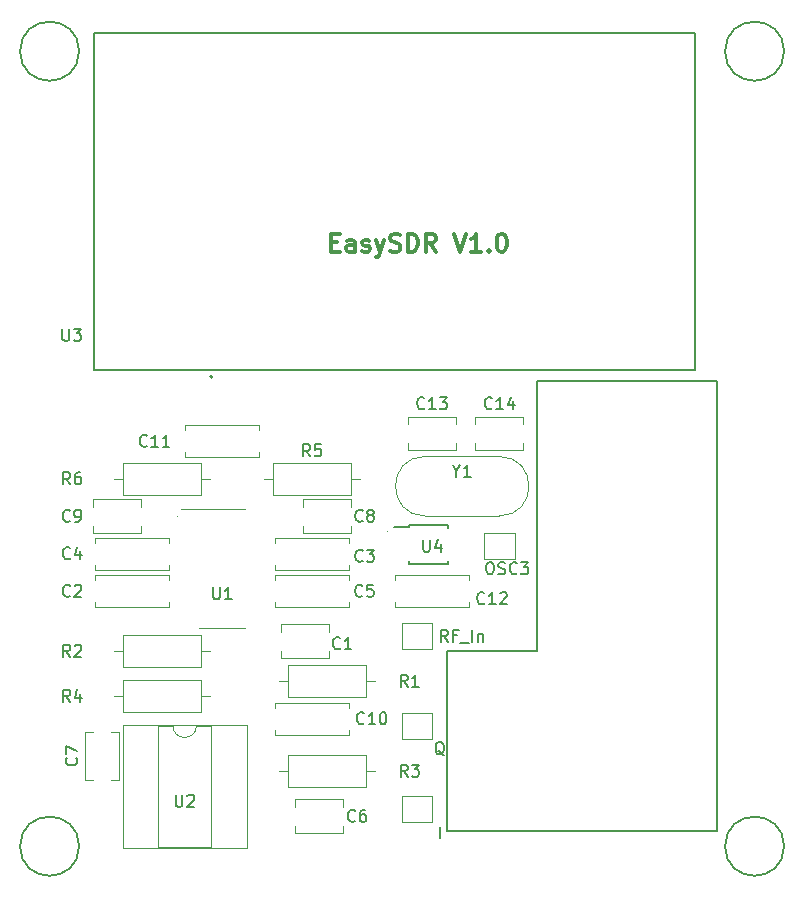
<source format=gbr>
%TF.GenerationSoftware,KiCad,Pcbnew,7.0.1*%
%TF.CreationDate,2023-09-14T17:26:18+02:00*%
%TF.ProjectId,schematic,73636865-6d61-4746-9963-2e6b69636164,rev?*%
%TF.SameCoordinates,Original*%
%TF.FileFunction,Legend,Top*%
%TF.FilePolarity,Positive*%
%FSLAX46Y46*%
G04 Gerber Fmt 4.6, Leading zero omitted, Abs format (unit mm)*
G04 Created by KiCad (PCBNEW 7.0.1) date 2023-09-14 17:26:18*
%MOMM*%
%LPD*%
G01*
G04 APERTURE LIST*
%ADD10C,0.125001*%
%ADD11C,0.150000*%
%ADD12C,0.300000*%
%ADD13C,0.120000*%
%ADD14C,0.127000*%
%ADD15C,0.200000*%
G04 APERTURE END LIST*
D10*
X170877500Y-86360000D02*
G75*
G03*
X170877500Y-86360000I-62500J0D01*
G01*
X153097500Y-85090000D02*
G75*
G03*
X153097500Y-85090000I-62500J0D01*
G01*
D11*
X183515000Y-96520000D02*
X176530000Y-96520000D01*
X144740000Y-45720000D02*
G75*
G03*
X144740000Y-45720000I-2500000J0D01*
G01*
X175895000Y-96520000D02*
X175895000Y-111760000D01*
X175895000Y-111760000D02*
X176530000Y-111760000D01*
X176530000Y-96520000D02*
X175895000Y-96520000D01*
X176530000Y-111760000D02*
X198755000Y-111760000D01*
X198755000Y-73660000D02*
X183515000Y-73660000D01*
X204430000Y-113030000D02*
G75*
G03*
X204430000Y-113030000I-2500000J0D01*
G01*
X198755000Y-111760000D02*
X198755000Y-73660000D01*
X144740000Y-113030000D02*
G75*
G03*
X144740000Y-113030000I-2500000J0D01*
G01*
X183515000Y-73660000D02*
X183515000Y-96520000D01*
X204430000Y-45720000D02*
G75*
G03*
X204430000Y-45720000I-2500000J0D01*
G01*
D12*
X166092142Y-61895714D02*
X166592142Y-61895714D01*
X166806428Y-62681428D02*
X166092142Y-62681428D01*
X166092142Y-62681428D02*
X166092142Y-61181428D01*
X166092142Y-61181428D02*
X166806428Y-61181428D01*
X168092143Y-62681428D02*
X168092143Y-61895714D01*
X168092143Y-61895714D02*
X168020714Y-61752857D01*
X168020714Y-61752857D02*
X167877857Y-61681428D01*
X167877857Y-61681428D02*
X167592143Y-61681428D01*
X167592143Y-61681428D02*
X167449285Y-61752857D01*
X168092143Y-62610000D02*
X167949285Y-62681428D01*
X167949285Y-62681428D02*
X167592143Y-62681428D01*
X167592143Y-62681428D02*
X167449285Y-62610000D01*
X167449285Y-62610000D02*
X167377857Y-62467142D01*
X167377857Y-62467142D02*
X167377857Y-62324285D01*
X167377857Y-62324285D02*
X167449285Y-62181428D01*
X167449285Y-62181428D02*
X167592143Y-62110000D01*
X167592143Y-62110000D02*
X167949285Y-62110000D01*
X167949285Y-62110000D02*
X168092143Y-62038571D01*
X168735000Y-62610000D02*
X168877857Y-62681428D01*
X168877857Y-62681428D02*
X169163571Y-62681428D01*
X169163571Y-62681428D02*
X169306428Y-62610000D01*
X169306428Y-62610000D02*
X169377857Y-62467142D01*
X169377857Y-62467142D02*
X169377857Y-62395714D01*
X169377857Y-62395714D02*
X169306428Y-62252857D01*
X169306428Y-62252857D02*
X169163571Y-62181428D01*
X169163571Y-62181428D02*
X168949286Y-62181428D01*
X168949286Y-62181428D02*
X168806428Y-62110000D01*
X168806428Y-62110000D02*
X168735000Y-61967142D01*
X168735000Y-61967142D02*
X168735000Y-61895714D01*
X168735000Y-61895714D02*
X168806428Y-61752857D01*
X168806428Y-61752857D02*
X168949286Y-61681428D01*
X168949286Y-61681428D02*
X169163571Y-61681428D01*
X169163571Y-61681428D02*
X169306428Y-61752857D01*
X169877857Y-61681428D02*
X170235000Y-62681428D01*
X170592143Y-61681428D02*
X170235000Y-62681428D01*
X170235000Y-62681428D02*
X170092143Y-63038571D01*
X170092143Y-63038571D02*
X170020714Y-63110000D01*
X170020714Y-63110000D02*
X169877857Y-63181428D01*
X171092143Y-62610000D02*
X171306429Y-62681428D01*
X171306429Y-62681428D02*
X171663571Y-62681428D01*
X171663571Y-62681428D02*
X171806429Y-62610000D01*
X171806429Y-62610000D02*
X171877857Y-62538571D01*
X171877857Y-62538571D02*
X171949286Y-62395714D01*
X171949286Y-62395714D02*
X171949286Y-62252857D01*
X171949286Y-62252857D02*
X171877857Y-62110000D01*
X171877857Y-62110000D02*
X171806429Y-62038571D01*
X171806429Y-62038571D02*
X171663571Y-61967142D01*
X171663571Y-61967142D02*
X171377857Y-61895714D01*
X171377857Y-61895714D02*
X171235000Y-61824285D01*
X171235000Y-61824285D02*
X171163571Y-61752857D01*
X171163571Y-61752857D02*
X171092143Y-61610000D01*
X171092143Y-61610000D02*
X171092143Y-61467142D01*
X171092143Y-61467142D02*
X171163571Y-61324285D01*
X171163571Y-61324285D02*
X171235000Y-61252857D01*
X171235000Y-61252857D02*
X171377857Y-61181428D01*
X171377857Y-61181428D02*
X171735000Y-61181428D01*
X171735000Y-61181428D02*
X171949286Y-61252857D01*
X172592142Y-62681428D02*
X172592142Y-61181428D01*
X172592142Y-61181428D02*
X172949285Y-61181428D01*
X172949285Y-61181428D02*
X173163571Y-61252857D01*
X173163571Y-61252857D02*
X173306428Y-61395714D01*
X173306428Y-61395714D02*
X173377857Y-61538571D01*
X173377857Y-61538571D02*
X173449285Y-61824285D01*
X173449285Y-61824285D02*
X173449285Y-62038571D01*
X173449285Y-62038571D02*
X173377857Y-62324285D01*
X173377857Y-62324285D02*
X173306428Y-62467142D01*
X173306428Y-62467142D02*
X173163571Y-62610000D01*
X173163571Y-62610000D02*
X172949285Y-62681428D01*
X172949285Y-62681428D02*
X172592142Y-62681428D01*
X174949285Y-62681428D02*
X174449285Y-61967142D01*
X174092142Y-62681428D02*
X174092142Y-61181428D01*
X174092142Y-61181428D02*
X174663571Y-61181428D01*
X174663571Y-61181428D02*
X174806428Y-61252857D01*
X174806428Y-61252857D02*
X174877857Y-61324285D01*
X174877857Y-61324285D02*
X174949285Y-61467142D01*
X174949285Y-61467142D02*
X174949285Y-61681428D01*
X174949285Y-61681428D02*
X174877857Y-61824285D01*
X174877857Y-61824285D02*
X174806428Y-61895714D01*
X174806428Y-61895714D02*
X174663571Y-61967142D01*
X174663571Y-61967142D02*
X174092142Y-61967142D01*
X176520714Y-61181428D02*
X177020714Y-62681428D01*
X177020714Y-62681428D02*
X177520714Y-61181428D01*
X178806428Y-62681428D02*
X177949285Y-62681428D01*
X178377856Y-62681428D02*
X178377856Y-61181428D01*
X178377856Y-61181428D02*
X178234999Y-61395714D01*
X178234999Y-61395714D02*
X178092142Y-61538571D01*
X178092142Y-61538571D02*
X177949285Y-61610000D01*
X179449284Y-62538571D02*
X179520713Y-62610000D01*
X179520713Y-62610000D02*
X179449284Y-62681428D01*
X179449284Y-62681428D02*
X179377856Y-62610000D01*
X179377856Y-62610000D02*
X179449284Y-62538571D01*
X179449284Y-62538571D02*
X179449284Y-62681428D01*
X180449285Y-61181428D02*
X180592142Y-61181428D01*
X180592142Y-61181428D02*
X180734999Y-61252857D01*
X180734999Y-61252857D02*
X180806428Y-61324285D01*
X180806428Y-61324285D02*
X180877856Y-61467142D01*
X180877856Y-61467142D02*
X180949285Y-61752857D01*
X180949285Y-61752857D02*
X180949285Y-62110000D01*
X180949285Y-62110000D02*
X180877856Y-62395714D01*
X180877856Y-62395714D02*
X180806428Y-62538571D01*
X180806428Y-62538571D02*
X180734999Y-62610000D01*
X180734999Y-62610000D02*
X180592142Y-62681428D01*
X180592142Y-62681428D02*
X180449285Y-62681428D01*
X180449285Y-62681428D02*
X180306428Y-62610000D01*
X180306428Y-62610000D02*
X180234999Y-62538571D01*
X180234999Y-62538571D02*
X180163570Y-62395714D01*
X180163570Y-62395714D02*
X180092142Y-62110000D01*
X180092142Y-62110000D02*
X180092142Y-61752857D01*
X180092142Y-61752857D02*
X180163570Y-61467142D01*
X180163570Y-61467142D02*
X180234999Y-61324285D01*
X180234999Y-61324285D02*
X180306428Y-61252857D01*
X180306428Y-61252857D02*
X180449285Y-61181428D01*
D11*
%TO.C,C5*%
X168723333Y-91807380D02*
X168675714Y-91855000D01*
X168675714Y-91855000D02*
X168532857Y-91902619D01*
X168532857Y-91902619D02*
X168437619Y-91902619D01*
X168437619Y-91902619D02*
X168294762Y-91855000D01*
X168294762Y-91855000D02*
X168199524Y-91759761D01*
X168199524Y-91759761D02*
X168151905Y-91664523D01*
X168151905Y-91664523D02*
X168104286Y-91474047D01*
X168104286Y-91474047D02*
X168104286Y-91331190D01*
X168104286Y-91331190D02*
X168151905Y-91140714D01*
X168151905Y-91140714D02*
X168199524Y-91045476D01*
X168199524Y-91045476D02*
X168294762Y-90950238D01*
X168294762Y-90950238D02*
X168437619Y-90902619D01*
X168437619Y-90902619D02*
X168532857Y-90902619D01*
X168532857Y-90902619D02*
X168675714Y-90950238D01*
X168675714Y-90950238D02*
X168723333Y-90997857D01*
X169628095Y-90902619D02*
X169151905Y-90902619D01*
X169151905Y-90902619D02*
X169104286Y-91378809D01*
X169104286Y-91378809D02*
X169151905Y-91331190D01*
X169151905Y-91331190D02*
X169247143Y-91283571D01*
X169247143Y-91283571D02*
X169485238Y-91283571D01*
X169485238Y-91283571D02*
X169580476Y-91331190D01*
X169580476Y-91331190D02*
X169628095Y-91378809D01*
X169628095Y-91378809D02*
X169675714Y-91474047D01*
X169675714Y-91474047D02*
X169675714Y-91712142D01*
X169675714Y-91712142D02*
X169628095Y-91807380D01*
X169628095Y-91807380D02*
X169580476Y-91855000D01*
X169580476Y-91855000D02*
X169485238Y-91902619D01*
X169485238Y-91902619D02*
X169247143Y-91902619D01*
X169247143Y-91902619D02*
X169151905Y-91855000D01*
X169151905Y-91855000D02*
X169104286Y-91807380D01*
%TO.C,C12*%
X179062142Y-92442380D02*
X179014523Y-92490000D01*
X179014523Y-92490000D02*
X178871666Y-92537619D01*
X178871666Y-92537619D02*
X178776428Y-92537619D01*
X178776428Y-92537619D02*
X178633571Y-92490000D01*
X178633571Y-92490000D02*
X178538333Y-92394761D01*
X178538333Y-92394761D02*
X178490714Y-92299523D01*
X178490714Y-92299523D02*
X178443095Y-92109047D01*
X178443095Y-92109047D02*
X178443095Y-91966190D01*
X178443095Y-91966190D02*
X178490714Y-91775714D01*
X178490714Y-91775714D02*
X178538333Y-91680476D01*
X178538333Y-91680476D02*
X178633571Y-91585238D01*
X178633571Y-91585238D02*
X178776428Y-91537619D01*
X178776428Y-91537619D02*
X178871666Y-91537619D01*
X178871666Y-91537619D02*
X179014523Y-91585238D01*
X179014523Y-91585238D02*
X179062142Y-91632857D01*
X180014523Y-92537619D02*
X179443095Y-92537619D01*
X179728809Y-92537619D02*
X179728809Y-91537619D01*
X179728809Y-91537619D02*
X179633571Y-91680476D01*
X179633571Y-91680476D02*
X179538333Y-91775714D01*
X179538333Y-91775714D02*
X179443095Y-91823333D01*
X180395476Y-91632857D02*
X180443095Y-91585238D01*
X180443095Y-91585238D02*
X180538333Y-91537619D01*
X180538333Y-91537619D02*
X180776428Y-91537619D01*
X180776428Y-91537619D02*
X180871666Y-91585238D01*
X180871666Y-91585238D02*
X180919285Y-91632857D01*
X180919285Y-91632857D02*
X180966904Y-91728095D01*
X180966904Y-91728095D02*
X180966904Y-91823333D01*
X180966904Y-91823333D02*
X180919285Y-91966190D01*
X180919285Y-91966190D02*
X180347857Y-92537619D01*
X180347857Y-92537619D02*
X180966904Y-92537619D01*
%TO.C,R5*%
X164298333Y-80007619D02*
X163965000Y-79531428D01*
X163726905Y-80007619D02*
X163726905Y-79007619D01*
X163726905Y-79007619D02*
X164107857Y-79007619D01*
X164107857Y-79007619D02*
X164203095Y-79055238D01*
X164203095Y-79055238D02*
X164250714Y-79102857D01*
X164250714Y-79102857D02*
X164298333Y-79198095D01*
X164298333Y-79198095D02*
X164298333Y-79340952D01*
X164298333Y-79340952D02*
X164250714Y-79436190D01*
X164250714Y-79436190D02*
X164203095Y-79483809D01*
X164203095Y-79483809D02*
X164107857Y-79531428D01*
X164107857Y-79531428D02*
X163726905Y-79531428D01*
X165203095Y-79007619D02*
X164726905Y-79007619D01*
X164726905Y-79007619D02*
X164679286Y-79483809D01*
X164679286Y-79483809D02*
X164726905Y-79436190D01*
X164726905Y-79436190D02*
X164822143Y-79388571D01*
X164822143Y-79388571D02*
X165060238Y-79388571D01*
X165060238Y-79388571D02*
X165155476Y-79436190D01*
X165155476Y-79436190D02*
X165203095Y-79483809D01*
X165203095Y-79483809D02*
X165250714Y-79579047D01*
X165250714Y-79579047D02*
X165250714Y-79817142D01*
X165250714Y-79817142D02*
X165203095Y-79912380D01*
X165203095Y-79912380D02*
X165155476Y-79960000D01*
X165155476Y-79960000D02*
X165060238Y-80007619D01*
X165060238Y-80007619D02*
X164822143Y-80007619D01*
X164822143Y-80007619D02*
X164726905Y-79960000D01*
X164726905Y-79960000D02*
X164679286Y-79912380D01*
%TO.C,C7*%
X144502380Y-105556666D02*
X144550000Y-105604285D01*
X144550000Y-105604285D02*
X144597619Y-105747142D01*
X144597619Y-105747142D02*
X144597619Y-105842380D01*
X144597619Y-105842380D02*
X144550000Y-105985237D01*
X144550000Y-105985237D02*
X144454761Y-106080475D01*
X144454761Y-106080475D02*
X144359523Y-106128094D01*
X144359523Y-106128094D02*
X144169047Y-106175713D01*
X144169047Y-106175713D02*
X144026190Y-106175713D01*
X144026190Y-106175713D02*
X143835714Y-106128094D01*
X143835714Y-106128094D02*
X143740476Y-106080475D01*
X143740476Y-106080475D02*
X143645238Y-105985237D01*
X143645238Y-105985237D02*
X143597619Y-105842380D01*
X143597619Y-105842380D02*
X143597619Y-105747142D01*
X143597619Y-105747142D02*
X143645238Y-105604285D01*
X143645238Y-105604285D02*
X143692857Y-105556666D01*
X143597619Y-105223332D02*
X143597619Y-104556666D01*
X143597619Y-104556666D02*
X144597619Y-104985237D01*
%TO.C,Y1*%
X176688809Y-81266428D02*
X176688809Y-81742619D01*
X176355476Y-80742619D02*
X176688809Y-81266428D01*
X176688809Y-81266428D02*
X177022142Y-80742619D01*
X177879285Y-81742619D02*
X177307857Y-81742619D01*
X177593571Y-81742619D02*
X177593571Y-80742619D01*
X177593571Y-80742619D02*
X177498333Y-80885476D01*
X177498333Y-80885476D02*
X177403095Y-80980714D01*
X177403095Y-80980714D02*
X177307857Y-81028333D01*
%TO.C,R4*%
X143978333Y-100792619D02*
X143645000Y-100316428D01*
X143406905Y-100792619D02*
X143406905Y-99792619D01*
X143406905Y-99792619D02*
X143787857Y-99792619D01*
X143787857Y-99792619D02*
X143883095Y-99840238D01*
X143883095Y-99840238D02*
X143930714Y-99887857D01*
X143930714Y-99887857D02*
X143978333Y-99983095D01*
X143978333Y-99983095D02*
X143978333Y-100125952D01*
X143978333Y-100125952D02*
X143930714Y-100221190D01*
X143930714Y-100221190D02*
X143883095Y-100268809D01*
X143883095Y-100268809D02*
X143787857Y-100316428D01*
X143787857Y-100316428D02*
X143406905Y-100316428D01*
X144835476Y-100125952D02*
X144835476Y-100792619D01*
X144597381Y-99745000D02*
X144359286Y-100459285D01*
X144359286Y-100459285D02*
X144978333Y-100459285D01*
%TO.C,J1*%
X175974523Y-95712619D02*
X175641190Y-95236428D01*
X175403095Y-95712619D02*
X175403095Y-94712619D01*
X175403095Y-94712619D02*
X175784047Y-94712619D01*
X175784047Y-94712619D02*
X175879285Y-94760238D01*
X175879285Y-94760238D02*
X175926904Y-94807857D01*
X175926904Y-94807857D02*
X175974523Y-94903095D01*
X175974523Y-94903095D02*
X175974523Y-95045952D01*
X175974523Y-95045952D02*
X175926904Y-95141190D01*
X175926904Y-95141190D02*
X175879285Y-95188809D01*
X175879285Y-95188809D02*
X175784047Y-95236428D01*
X175784047Y-95236428D02*
X175403095Y-95236428D01*
X176736428Y-95188809D02*
X176403095Y-95188809D01*
X176403095Y-95712619D02*
X176403095Y-94712619D01*
X176403095Y-94712619D02*
X176879285Y-94712619D01*
X177022143Y-95807857D02*
X177784047Y-95807857D01*
X178022143Y-95712619D02*
X178022143Y-94712619D01*
X178498333Y-95045952D02*
X178498333Y-95712619D01*
X178498333Y-95141190D02*
X178545952Y-95093571D01*
X178545952Y-95093571D02*
X178641190Y-95045952D01*
X178641190Y-95045952D02*
X178784047Y-95045952D01*
X178784047Y-95045952D02*
X178879285Y-95093571D01*
X178879285Y-95093571D02*
X178926904Y-95188809D01*
X178926904Y-95188809D02*
X178926904Y-95712619D01*
%TO.C,C10*%
X168862142Y-102602380D02*
X168814523Y-102650000D01*
X168814523Y-102650000D02*
X168671666Y-102697619D01*
X168671666Y-102697619D02*
X168576428Y-102697619D01*
X168576428Y-102697619D02*
X168433571Y-102650000D01*
X168433571Y-102650000D02*
X168338333Y-102554761D01*
X168338333Y-102554761D02*
X168290714Y-102459523D01*
X168290714Y-102459523D02*
X168243095Y-102269047D01*
X168243095Y-102269047D02*
X168243095Y-102126190D01*
X168243095Y-102126190D02*
X168290714Y-101935714D01*
X168290714Y-101935714D02*
X168338333Y-101840476D01*
X168338333Y-101840476D02*
X168433571Y-101745238D01*
X168433571Y-101745238D02*
X168576428Y-101697619D01*
X168576428Y-101697619D02*
X168671666Y-101697619D01*
X168671666Y-101697619D02*
X168814523Y-101745238D01*
X168814523Y-101745238D02*
X168862142Y-101792857D01*
X169814523Y-102697619D02*
X169243095Y-102697619D01*
X169528809Y-102697619D02*
X169528809Y-101697619D01*
X169528809Y-101697619D02*
X169433571Y-101840476D01*
X169433571Y-101840476D02*
X169338333Y-101935714D01*
X169338333Y-101935714D02*
X169243095Y-101983333D01*
X170433571Y-101697619D02*
X170528809Y-101697619D01*
X170528809Y-101697619D02*
X170624047Y-101745238D01*
X170624047Y-101745238D02*
X170671666Y-101792857D01*
X170671666Y-101792857D02*
X170719285Y-101888095D01*
X170719285Y-101888095D02*
X170766904Y-102078571D01*
X170766904Y-102078571D02*
X170766904Y-102316666D01*
X170766904Y-102316666D02*
X170719285Y-102507142D01*
X170719285Y-102507142D02*
X170671666Y-102602380D01*
X170671666Y-102602380D02*
X170624047Y-102650000D01*
X170624047Y-102650000D02*
X170528809Y-102697619D01*
X170528809Y-102697619D02*
X170433571Y-102697619D01*
X170433571Y-102697619D02*
X170338333Y-102650000D01*
X170338333Y-102650000D02*
X170290714Y-102602380D01*
X170290714Y-102602380D02*
X170243095Y-102507142D01*
X170243095Y-102507142D02*
X170195476Y-102316666D01*
X170195476Y-102316666D02*
X170195476Y-102078571D01*
X170195476Y-102078571D02*
X170243095Y-101888095D01*
X170243095Y-101888095D02*
X170290714Y-101792857D01*
X170290714Y-101792857D02*
X170338333Y-101745238D01*
X170338333Y-101745238D02*
X170433571Y-101697619D01*
%TO.C,J2*%
X179427381Y-88997619D02*
X179617857Y-88997619D01*
X179617857Y-88997619D02*
X179713095Y-89045238D01*
X179713095Y-89045238D02*
X179808333Y-89140476D01*
X179808333Y-89140476D02*
X179855952Y-89330952D01*
X179855952Y-89330952D02*
X179855952Y-89664285D01*
X179855952Y-89664285D02*
X179808333Y-89854761D01*
X179808333Y-89854761D02*
X179713095Y-89950000D01*
X179713095Y-89950000D02*
X179617857Y-89997619D01*
X179617857Y-89997619D02*
X179427381Y-89997619D01*
X179427381Y-89997619D02*
X179332143Y-89950000D01*
X179332143Y-89950000D02*
X179236905Y-89854761D01*
X179236905Y-89854761D02*
X179189286Y-89664285D01*
X179189286Y-89664285D02*
X179189286Y-89330952D01*
X179189286Y-89330952D02*
X179236905Y-89140476D01*
X179236905Y-89140476D02*
X179332143Y-89045238D01*
X179332143Y-89045238D02*
X179427381Y-88997619D01*
X180236905Y-89950000D02*
X180379762Y-89997619D01*
X180379762Y-89997619D02*
X180617857Y-89997619D01*
X180617857Y-89997619D02*
X180713095Y-89950000D01*
X180713095Y-89950000D02*
X180760714Y-89902380D01*
X180760714Y-89902380D02*
X180808333Y-89807142D01*
X180808333Y-89807142D02*
X180808333Y-89711904D01*
X180808333Y-89711904D02*
X180760714Y-89616666D01*
X180760714Y-89616666D02*
X180713095Y-89569047D01*
X180713095Y-89569047D02*
X180617857Y-89521428D01*
X180617857Y-89521428D02*
X180427381Y-89473809D01*
X180427381Y-89473809D02*
X180332143Y-89426190D01*
X180332143Y-89426190D02*
X180284524Y-89378571D01*
X180284524Y-89378571D02*
X180236905Y-89283333D01*
X180236905Y-89283333D02*
X180236905Y-89188095D01*
X180236905Y-89188095D02*
X180284524Y-89092857D01*
X180284524Y-89092857D02*
X180332143Y-89045238D01*
X180332143Y-89045238D02*
X180427381Y-88997619D01*
X180427381Y-88997619D02*
X180665476Y-88997619D01*
X180665476Y-88997619D02*
X180808333Y-89045238D01*
X181808333Y-89902380D02*
X181760714Y-89950000D01*
X181760714Y-89950000D02*
X181617857Y-89997619D01*
X181617857Y-89997619D02*
X181522619Y-89997619D01*
X181522619Y-89997619D02*
X181379762Y-89950000D01*
X181379762Y-89950000D02*
X181284524Y-89854761D01*
X181284524Y-89854761D02*
X181236905Y-89759523D01*
X181236905Y-89759523D02*
X181189286Y-89569047D01*
X181189286Y-89569047D02*
X181189286Y-89426190D01*
X181189286Y-89426190D02*
X181236905Y-89235714D01*
X181236905Y-89235714D02*
X181284524Y-89140476D01*
X181284524Y-89140476D02*
X181379762Y-89045238D01*
X181379762Y-89045238D02*
X181522619Y-88997619D01*
X181522619Y-88997619D02*
X181617857Y-88997619D01*
X181617857Y-88997619D02*
X181760714Y-89045238D01*
X181760714Y-89045238D02*
X181808333Y-89092857D01*
X182141667Y-88997619D02*
X182760714Y-88997619D01*
X182760714Y-88997619D02*
X182427381Y-89378571D01*
X182427381Y-89378571D02*
X182570238Y-89378571D01*
X182570238Y-89378571D02*
X182665476Y-89426190D01*
X182665476Y-89426190D02*
X182713095Y-89473809D01*
X182713095Y-89473809D02*
X182760714Y-89569047D01*
X182760714Y-89569047D02*
X182760714Y-89807142D01*
X182760714Y-89807142D02*
X182713095Y-89902380D01*
X182713095Y-89902380D02*
X182665476Y-89950000D01*
X182665476Y-89950000D02*
X182570238Y-89997619D01*
X182570238Y-89997619D02*
X182284524Y-89997619D01*
X182284524Y-89997619D02*
X182189286Y-89950000D01*
X182189286Y-89950000D02*
X182141667Y-89902380D01*
%TO.C,C9*%
X143958333Y-85457380D02*
X143910714Y-85505000D01*
X143910714Y-85505000D02*
X143767857Y-85552619D01*
X143767857Y-85552619D02*
X143672619Y-85552619D01*
X143672619Y-85552619D02*
X143529762Y-85505000D01*
X143529762Y-85505000D02*
X143434524Y-85409761D01*
X143434524Y-85409761D02*
X143386905Y-85314523D01*
X143386905Y-85314523D02*
X143339286Y-85124047D01*
X143339286Y-85124047D02*
X143339286Y-84981190D01*
X143339286Y-84981190D02*
X143386905Y-84790714D01*
X143386905Y-84790714D02*
X143434524Y-84695476D01*
X143434524Y-84695476D02*
X143529762Y-84600238D01*
X143529762Y-84600238D02*
X143672619Y-84552619D01*
X143672619Y-84552619D02*
X143767857Y-84552619D01*
X143767857Y-84552619D02*
X143910714Y-84600238D01*
X143910714Y-84600238D02*
X143958333Y-84647857D01*
X144434524Y-85552619D02*
X144625000Y-85552619D01*
X144625000Y-85552619D02*
X144720238Y-85505000D01*
X144720238Y-85505000D02*
X144767857Y-85457380D01*
X144767857Y-85457380D02*
X144863095Y-85314523D01*
X144863095Y-85314523D02*
X144910714Y-85124047D01*
X144910714Y-85124047D02*
X144910714Y-84743095D01*
X144910714Y-84743095D02*
X144863095Y-84647857D01*
X144863095Y-84647857D02*
X144815476Y-84600238D01*
X144815476Y-84600238D02*
X144720238Y-84552619D01*
X144720238Y-84552619D02*
X144529762Y-84552619D01*
X144529762Y-84552619D02*
X144434524Y-84600238D01*
X144434524Y-84600238D02*
X144386905Y-84647857D01*
X144386905Y-84647857D02*
X144339286Y-84743095D01*
X144339286Y-84743095D02*
X144339286Y-84981190D01*
X144339286Y-84981190D02*
X144386905Y-85076428D01*
X144386905Y-85076428D02*
X144434524Y-85124047D01*
X144434524Y-85124047D02*
X144529762Y-85171666D01*
X144529762Y-85171666D02*
X144720238Y-85171666D01*
X144720238Y-85171666D02*
X144815476Y-85124047D01*
X144815476Y-85124047D02*
X144863095Y-85076428D01*
X144863095Y-85076428D02*
X144910714Y-84981190D01*
%TO.C,U2*%
X152908095Y-108682619D02*
X152908095Y-109492142D01*
X152908095Y-109492142D02*
X152955714Y-109587380D01*
X152955714Y-109587380D02*
X153003333Y-109635000D01*
X153003333Y-109635000D02*
X153098571Y-109682619D01*
X153098571Y-109682619D02*
X153289047Y-109682619D01*
X153289047Y-109682619D02*
X153384285Y-109635000D01*
X153384285Y-109635000D02*
X153431904Y-109587380D01*
X153431904Y-109587380D02*
X153479523Y-109492142D01*
X153479523Y-109492142D02*
X153479523Y-108682619D01*
X153908095Y-108777857D02*
X153955714Y-108730238D01*
X153955714Y-108730238D02*
X154050952Y-108682619D01*
X154050952Y-108682619D02*
X154289047Y-108682619D01*
X154289047Y-108682619D02*
X154384285Y-108730238D01*
X154384285Y-108730238D02*
X154431904Y-108777857D01*
X154431904Y-108777857D02*
X154479523Y-108873095D01*
X154479523Y-108873095D02*
X154479523Y-108968333D01*
X154479523Y-108968333D02*
X154431904Y-109111190D01*
X154431904Y-109111190D02*
X153860476Y-109682619D01*
X153860476Y-109682619D02*
X154479523Y-109682619D01*
%TO.C,C6*%
X168108333Y-110857380D02*
X168060714Y-110905000D01*
X168060714Y-110905000D02*
X167917857Y-110952619D01*
X167917857Y-110952619D02*
X167822619Y-110952619D01*
X167822619Y-110952619D02*
X167679762Y-110905000D01*
X167679762Y-110905000D02*
X167584524Y-110809761D01*
X167584524Y-110809761D02*
X167536905Y-110714523D01*
X167536905Y-110714523D02*
X167489286Y-110524047D01*
X167489286Y-110524047D02*
X167489286Y-110381190D01*
X167489286Y-110381190D02*
X167536905Y-110190714D01*
X167536905Y-110190714D02*
X167584524Y-110095476D01*
X167584524Y-110095476D02*
X167679762Y-110000238D01*
X167679762Y-110000238D02*
X167822619Y-109952619D01*
X167822619Y-109952619D02*
X167917857Y-109952619D01*
X167917857Y-109952619D02*
X168060714Y-110000238D01*
X168060714Y-110000238D02*
X168108333Y-110047857D01*
X168965476Y-109952619D02*
X168775000Y-109952619D01*
X168775000Y-109952619D02*
X168679762Y-110000238D01*
X168679762Y-110000238D02*
X168632143Y-110047857D01*
X168632143Y-110047857D02*
X168536905Y-110190714D01*
X168536905Y-110190714D02*
X168489286Y-110381190D01*
X168489286Y-110381190D02*
X168489286Y-110762142D01*
X168489286Y-110762142D02*
X168536905Y-110857380D01*
X168536905Y-110857380D02*
X168584524Y-110905000D01*
X168584524Y-110905000D02*
X168679762Y-110952619D01*
X168679762Y-110952619D02*
X168870238Y-110952619D01*
X168870238Y-110952619D02*
X168965476Y-110905000D01*
X168965476Y-110905000D02*
X169013095Y-110857380D01*
X169013095Y-110857380D02*
X169060714Y-110762142D01*
X169060714Y-110762142D02*
X169060714Y-110524047D01*
X169060714Y-110524047D02*
X169013095Y-110428809D01*
X169013095Y-110428809D02*
X168965476Y-110381190D01*
X168965476Y-110381190D02*
X168870238Y-110333571D01*
X168870238Y-110333571D02*
X168679762Y-110333571D01*
X168679762Y-110333571D02*
X168584524Y-110381190D01*
X168584524Y-110381190D02*
X168536905Y-110428809D01*
X168536905Y-110428809D02*
X168489286Y-110524047D01*
%TO.C,C11*%
X150487142Y-79107380D02*
X150439523Y-79155000D01*
X150439523Y-79155000D02*
X150296666Y-79202619D01*
X150296666Y-79202619D02*
X150201428Y-79202619D01*
X150201428Y-79202619D02*
X150058571Y-79155000D01*
X150058571Y-79155000D02*
X149963333Y-79059761D01*
X149963333Y-79059761D02*
X149915714Y-78964523D01*
X149915714Y-78964523D02*
X149868095Y-78774047D01*
X149868095Y-78774047D02*
X149868095Y-78631190D01*
X149868095Y-78631190D02*
X149915714Y-78440714D01*
X149915714Y-78440714D02*
X149963333Y-78345476D01*
X149963333Y-78345476D02*
X150058571Y-78250238D01*
X150058571Y-78250238D02*
X150201428Y-78202619D01*
X150201428Y-78202619D02*
X150296666Y-78202619D01*
X150296666Y-78202619D02*
X150439523Y-78250238D01*
X150439523Y-78250238D02*
X150487142Y-78297857D01*
X151439523Y-79202619D02*
X150868095Y-79202619D01*
X151153809Y-79202619D02*
X151153809Y-78202619D01*
X151153809Y-78202619D02*
X151058571Y-78345476D01*
X151058571Y-78345476D02*
X150963333Y-78440714D01*
X150963333Y-78440714D02*
X150868095Y-78488333D01*
X152391904Y-79202619D02*
X151820476Y-79202619D01*
X152106190Y-79202619D02*
X152106190Y-78202619D01*
X152106190Y-78202619D02*
X152010952Y-78345476D01*
X152010952Y-78345476D02*
X151915714Y-78440714D01*
X151915714Y-78440714D02*
X151820476Y-78488333D01*
%TO.C,R2*%
X143978333Y-96982619D02*
X143645000Y-96506428D01*
X143406905Y-96982619D02*
X143406905Y-95982619D01*
X143406905Y-95982619D02*
X143787857Y-95982619D01*
X143787857Y-95982619D02*
X143883095Y-96030238D01*
X143883095Y-96030238D02*
X143930714Y-96077857D01*
X143930714Y-96077857D02*
X143978333Y-96173095D01*
X143978333Y-96173095D02*
X143978333Y-96315952D01*
X143978333Y-96315952D02*
X143930714Y-96411190D01*
X143930714Y-96411190D02*
X143883095Y-96458809D01*
X143883095Y-96458809D02*
X143787857Y-96506428D01*
X143787857Y-96506428D02*
X143406905Y-96506428D01*
X144359286Y-96077857D02*
X144406905Y-96030238D01*
X144406905Y-96030238D02*
X144502143Y-95982619D01*
X144502143Y-95982619D02*
X144740238Y-95982619D01*
X144740238Y-95982619D02*
X144835476Y-96030238D01*
X144835476Y-96030238D02*
X144883095Y-96077857D01*
X144883095Y-96077857D02*
X144930714Y-96173095D01*
X144930714Y-96173095D02*
X144930714Y-96268333D01*
X144930714Y-96268333D02*
X144883095Y-96411190D01*
X144883095Y-96411190D02*
X144311667Y-96982619D01*
X144311667Y-96982619D02*
X144930714Y-96982619D01*
%TO.C,C1*%
X166838333Y-96252380D02*
X166790714Y-96300000D01*
X166790714Y-96300000D02*
X166647857Y-96347619D01*
X166647857Y-96347619D02*
X166552619Y-96347619D01*
X166552619Y-96347619D02*
X166409762Y-96300000D01*
X166409762Y-96300000D02*
X166314524Y-96204761D01*
X166314524Y-96204761D02*
X166266905Y-96109523D01*
X166266905Y-96109523D02*
X166219286Y-95919047D01*
X166219286Y-95919047D02*
X166219286Y-95776190D01*
X166219286Y-95776190D02*
X166266905Y-95585714D01*
X166266905Y-95585714D02*
X166314524Y-95490476D01*
X166314524Y-95490476D02*
X166409762Y-95395238D01*
X166409762Y-95395238D02*
X166552619Y-95347619D01*
X166552619Y-95347619D02*
X166647857Y-95347619D01*
X166647857Y-95347619D02*
X166790714Y-95395238D01*
X166790714Y-95395238D02*
X166838333Y-95442857D01*
X167790714Y-96347619D02*
X167219286Y-96347619D01*
X167505000Y-96347619D02*
X167505000Y-95347619D01*
X167505000Y-95347619D02*
X167409762Y-95490476D01*
X167409762Y-95490476D02*
X167314524Y-95585714D01*
X167314524Y-95585714D02*
X167219286Y-95633333D01*
%TO.C,J3*%
X175260000Y-112367619D02*
X175260000Y-111367619D01*
%TO.C,J4*%
X175640952Y-105332857D02*
X175545714Y-105285238D01*
X175545714Y-105285238D02*
X175450476Y-105190000D01*
X175450476Y-105190000D02*
X175307619Y-105047142D01*
X175307619Y-105047142D02*
X175212381Y-104999523D01*
X175212381Y-104999523D02*
X175117143Y-104999523D01*
X175164762Y-105237619D02*
X175069524Y-105190000D01*
X175069524Y-105190000D02*
X174974286Y-105094761D01*
X174974286Y-105094761D02*
X174926667Y-104904285D01*
X174926667Y-104904285D02*
X174926667Y-104570952D01*
X174926667Y-104570952D02*
X174974286Y-104380476D01*
X174974286Y-104380476D02*
X175069524Y-104285238D01*
X175069524Y-104285238D02*
X175164762Y-104237619D01*
X175164762Y-104237619D02*
X175355238Y-104237619D01*
X175355238Y-104237619D02*
X175450476Y-104285238D01*
X175450476Y-104285238D02*
X175545714Y-104380476D01*
X175545714Y-104380476D02*
X175593333Y-104570952D01*
X175593333Y-104570952D02*
X175593333Y-104904285D01*
X175593333Y-104904285D02*
X175545714Y-105094761D01*
X175545714Y-105094761D02*
X175450476Y-105190000D01*
X175450476Y-105190000D02*
X175355238Y-105237619D01*
X175355238Y-105237619D02*
X175164762Y-105237619D01*
%TO.C,R6*%
X143978333Y-82377619D02*
X143645000Y-81901428D01*
X143406905Y-82377619D02*
X143406905Y-81377619D01*
X143406905Y-81377619D02*
X143787857Y-81377619D01*
X143787857Y-81377619D02*
X143883095Y-81425238D01*
X143883095Y-81425238D02*
X143930714Y-81472857D01*
X143930714Y-81472857D02*
X143978333Y-81568095D01*
X143978333Y-81568095D02*
X143978333Y-81710952D01*
X143978333Y-81710952D02*
X143930714Y-81806190D01*
X143930714Y-81806190D02*
X143883095Y-81853809D01*
X143883095Y-81853809D02*
X143787857Y-81901428D01*
X143787857Y-81901428D02*
X143406905Y-81901428D01*
X144835476Y-81377619D02*
X144645000Y-81377619D01*
X144645000Y-81377619D02*
X144549762Y-81425238D01*
X144549762Y-81425238D02*
X144502143Y-81472857D01*
X144502143Y-81472857D02*
X144406905Y-81615714D01*
X144406905Y-81615714D02*
X144359286Y-81806190D01*
X144359286Y-81806190D02*
X144359286Y-82187142D01*
X144359286Y-82187142D02*
X144406905Y-82282380D01*
X144406905Y-82282380D02*
X144454524Y-82330000D01*
X144454524Y-82330000D02*
X144549762Y-82377619D01*
X144549762Y-82377619D02*
X144740238Y-82377619D01*
X144740238Y-82377619D02*
X144835476Y-82330000D01*
X144835476Y-82330000D02*
X144883095Y-82282380D01*
X144883095Y-82282380D02*
X144930714Y-82187142D01*
X144930714Y-82187142D02*
X144930714Y-81949047D01*
X144930714Y-81949047D02*
X144883095Y-81853809D01*
X144883095Y-81853809D02*
X144835476Y-81806190D01*
X144835476Y-81806190D02*
X144740238Y-81758571D01*
X144740238Y-81758571D02*
X144549762Y-81758571D01*
X144549762Y-81758571D02*
X144454524Y-81806190D01*
X144454524Y-81806190D02*
X144406905Y-81853809D01*
X144406905Y-81853809D02*
X144359286Y-81949047D01*
%TO.C,R1*%
X172553333Y-99522619D02*
X172220000Y-99046428D01*
X171981905Y-99522619D02*
X171981905Y-98522619D01*
X171981905Y-98522619D02*
X172362857Y-98522619D01*
X172362857Y-98522619D02*
X172458095Y-98570238D01*
X172458095Y-98570238D02*
X172505714Y-98617857D01*
X172505714Y-98617857D02*
X172553333Y-98713095D01*
X172553333Y-98713095D02*
X172553333Y-98855952D01*
X172553333Y-98855952D02*
X172505714Y-98951190D01*
X172505714Y-98951190D02*
X172458095Y-98998809D01*
X172458095Y-98998809D02*
X172362857Y-99046428D01*
X172362857Y-99046428D02*
X171981905Y-99046428D01*
X173505714Y-99522619D02*
X172934286Y-99522619D01*
X173220000Y-99522619D02*
X173220000Y-98522619D01*
X173220000Y-98522619D02*
X173124762Y-98665476D01*
X173124762Y-98665476D02*
X173029524Y-98760714D01*
X173029524Y-98760714D02*
X172934286Y-98808333D01*
%TO.C,C14*%
X179697142Y-75932380D02*
X179649523Y-75980000D01*
X179649523Y-75980000D02*
X179506666Y-76027619D01*
X179506666Y-76027619D02*
X179411428Y-76027619D01*
X179411428Y-76027619D02*
X179268571Y-75980000D01*
X179268571Y-75980000D02*
X179173333Y-75884761D01*
X179173333Y-75884761D02*
X179125714Y-75789523D01*
X179125714Y-75789523D02*
X179078095Y-75599047D01*
X179078095Y-75599047D02*
X179078095Y-75456190D01*
X179078095Y-75456190D02*
X179125714Y-75265714D01*
X179125714Y-75265714D02*
X179173333Y-75170476D01*
X179173333Y-75170476D02*
X179268571Y-75075238D01*
X179268571Y-75075238D02*
X179411428Y-75027619D01*
X179411428Y-75027619D02*
X179506666Y-75027619D01*
X179506666Y-75027619D02*
X179649523Y-75075238D01*
X179649523Y-75075238D02*
X179697142Y-75122857D01*
X180649523Y-76027619D02*
X180078095Y-76027619D01*
X180363809Y-76027619D02*
X180363809Y-75027619D01*
X180363809Y-75027619D02*
X180268571Y-75170476D01*
X180268571Y-75170476D02*
X180173333Y-75265714D01*
X180173333Y-75265714D02*
X180078095Y-75313333D01*
X181506666Y-75360952D02*
X181506666Y-76027619D01*
X181268571Y-74980000D02*
X181030476Y-75694285D01*
X181030476Y-75694285D02*
X181649523Y-75694285D01*
%TO.C,C2*%
X143978333Y-91807380D02*
X143930714Y-91855000D01*
X143930714Y-91855000D02*
X143787857Y-91902619D01*
X143787857Y-91902619D02*
X143692619Y-91902619D01*
X143692619Y-91902619D02*
X143549762Y-91855000D01*
X143549762Y-91855000D02*
X143454524Y-91759761D01*
X143454524Y-91759761D02*
X143406905Y-91664523D01*
X143406905Y-91664523D02*
X143359286Y-91474047D01*
X143359286Y-91474047D02*
X143359286Y-91331190D01*
X143359286Y-91331190D02*
X143406905Y-91140714D01*
X143406905Y-91140714D02*
X143454524Y-91045476D01*
X143454524Y-91045476D02*
X143549762Y-90950238D01*
X143549762Y-90950238D02*
X143692619Y-90902619D01*
X143692619Y-90902619D02*
X143787857Y-90902619D01*
X143787857Y-90902619D02*
X143930714Y-90950238D01*
X143930714Y-90950238D02*
X143978333Y-90997857D01*
X144359286Y-90997857D02*
X144406905Y-90950238D01*
X144406905Y-90950238D02*
X144502143Y-90902619D01*
X144502143Y-90902619D02*
X144740238Y-90902619D01*
X144740238Y-90902619D02*
X144835476Y-90950238D01*
X144835476Y-90950238D02*
X144883095Y-90997857D01*
X144883095Y-90997857D02*
X144930714Y-91093095D01*
X144930714Y-91093095D02*
X144930714Y-91188333D01*
X144930714Y-91188333D02*
X144883095Y-91331190D01*
X144883095Y-91331190D02*
X144311667Y-91902619D01*
X144311667Y-91902619D02*
X144930714Y-91902619D01*
%TO.C,C3*%
X168743333Y-88847380D02*
X168695714Y-88895000D01*
X168695714Y-88895000D02*
X168552857Y-88942619D01*
X168552857Y-88942619D02*
X168457619Y-88942619D01*
X168457619Y-88942619D02*
X168314762Y-88895000D01*
X168314762Y-88895000D02*
X168219524Y-88799761D01*
X168219524Y-88799761D02*
X168171905Y-88704523D01*
X168171905Y-88704523D02*
X168124286Y-88514047D01*
X168124286Y-88514047D02*
X168124286Y-88371190D01*
X168124286Y-88371190D02*
X168171905Y-88180714D01*
X168171905Y-88180714D02*
X168219524Y-88085476D01*
X168219524Y-88085476D02*
X168314762Y-87990238D01*
X168314762Y-87990238D02*
X168457619Y-87942619D01*
X168457619Y-87942619D02*
X168552857Y-87942619D01*
X168552857Y-87942619D02*
X168695714Y-87990238D01*
X168695714Y-87990238D02*
X168743333Y-88037857D01*
X169076667Y-87942619D02*
X169695714Y-87942619D01*
X169695714Y-87942619D02*
X169362381Y-88323571D01*
X169362381Y-88323571D02*
X169505238Y-88323571D01*
X169505238Y-88323571D02*
X169600476Y-88371190D01*
X169600476Y-88371190D02*
X169648095Y-88418809D01*
X169648095Y-88418809D02*
X169695714Y-88514047D01*
X169695714Y-88514047D02*
X169695714Y-88752142D01*
X169695714Y-88752142D02*
X169648095Y-88847380D01*
X169648095Y-88847380D02*
X169600476Y-88895000D01*
X169600476Y-88895000D02*
X169505238Y-88942619D01*
X169505238Y-88942619D02*
X169219524Y-88942619D01*
X169219524Y-88942619D02*
X169124286Y-88895000D01*
X169124286Y-88895000D02*
X169076667Y-88847380D01*
%TO.C,R3*%
X172553333Y-107142619D02*
X172220000Y-106666428D01*
X171981905Y-107142619D02*
X171981905Y-106142619D01*
X171981905Y-106142619D02*
X172362857Y-106142619D01*
X172362857Y-106142619D02*
X172458095Y-106190238D01*
X172458095Y-106190238D02*
X172505714Y-106237857D01*
X172505714Y-106237857D02*
X172553333Y-106333095D01*
X172553333Y-106333095D02*
X172553333Y-106475952D01*
X172553333Y-106475952D02*
X172505714Y-106571190D01*
X172505714Y-106571190D02*
X172458095Y-106618809D01*
X172458095Y-106618809D02*
X172362857Y-106666428D01*
X172362857Y-106666428D02*
X171981905Y-106666428D01*
X172886667Y-106142619D02*
X173505714Y-106142619D01*
X173505714Y-106142619D02*
X173172381Y-106523571D01*
X173172381Y-106523571D02*
X173315238Y-106523571D01*
X173315238Y-106523571D02*
X173410476Y-106571190D01*
X173410476Y-106571190D02*
X173458095Y-106618809D01*
X173458095Y-106618809D02*
X173505714Y-106714047D01*
X173505714Y-106714047D02*
X173505714Y-106952142D01*
X173505714Y-106952142D02*
X173458095Y-107047380D01*
X173458095Y-107047380D02*
X173410476Y-107095000D01*
X173410476Y-107095000D02*
X173315238Y-107142619D01*
X173315238Y-107142619D02*
X173029524Y-107142619D01*
X173029524Y-107142619D02*
X172934286Y-107095000D01*
X172934286Y-107095000D02*
X172886667Y-107047380D01*
%TO.C,C13*%
X173982142Y-75932380D02*
X173934523Y-75980000D01*
X173934523Y-75980000D02*
X173791666Y-76027619D01*
X173791666Y-76027619D02*
X173696428Y-76027619D01*
X173696428Y-76027619D02*
X173553571Y-75980000D01*
X173553571Y-75980000D02*
X173458333Y-75884761D01*
X173458333Y-75884761D02*
X173410714Y-75789523D01*
X173410714Y-75789523D02*
X173363095Y-75599047D01*
X173363095Y-75599047D02*
X173363095Y-75456190D01*
X173363095Y-75456190D02*
X173410714Y-75265714D01*
X173410714Y-75265714D02*
X173458333Y-75170476D01*
X173458333Y-75170476D02*
X173553571Y-75075238D01*
X173553571Y-75075238D02*
X173696428Y-75027619D01*
X173696428Y-75027619D02*
X173791666Y-75027619D01*
X173791666Y-75027619D02*
X173934523Y-75075238D01*
X173934523Y-75075238D02*
X173982142Y-75122857D01*
X174934523Y-76027619D02*
X174363095Y-76027619D01*
X174648809Y-76027619D02*
X174648809Y-75027619D01*
X174648809Y-75027619D02*
X174553571Y-75170476D01*
X174553571Y-75170476D02*
X174458333Y-75265714D01*
X174458333Y-75265714D02*
X174363095Y-75313333D01*
X175267857Y-75027619D02*
X175886904Y-75027619D01*
X175886904Y-75027619D02*
X175553571Y-75408571D01*
X175553571Y-75408571D02*
X175696428Y-75408571D01*
X175696428Y-75408571D02*
X175791666Y-75456190D01*
X175791666Y-75456190D02*
X175839285Y-75503809D01*
X175839285Y-75503809D02*
X175886904Y-75599047D01*
X175886904Y-75599047D02*
X175886904Y-75837142D01*
X175886904Y-75837142D02*
X175839285Y-75932380D01*
X175839285Y-75932380D02*
X175791666Y-75980000D01*
X175791666Y-75980000D02*
X175696428Y-76027619D01*
X175696428Y-76027619D02*
X175410714Y-76027619D01*
X175410714Y-76027619D02*
X175315476Y-75980000D01*
X175315476Y-75980000D02*
X175267857Y-75932380D01*
%TO.C,U3*%
X143328095Y-69237619D02*
X143328095Y-70047142D01*
X143328095Y-70047142D02*
X143375714Y-70142380D01*
X143375714Y-70142380D02*
X143423333Y-70190000D01*
X143423333Y-70190000D02*
X143518571Y-70237619D01*
X143518571Y-70237619D02*
X143709047Y-70237619D01*
X143709047Y-70237619D02*
X143804285Y-70190000D01*
X143804285Y-70190000D02*
X143851904Y-70142380D01*
X143851904Y-70142380D02*
X143899523Y-70047142D01*
X143899523Y-70047142D02*
X143899523Y-69237619D01*
X144280476Y-69237619D02*
X144899523Y-69237619D01*
X144899523Y-69237619D02*
X144566190Y-69618571D01*
X144566190Y-69618571D02*
X144709047Y-69618571D01*
X144709047Y-69618571D02*
X144804285Y-69666190D01*
X144804285Y-69666190D02*
X144851904Y-69713809D01*
X144851904Y-69713809D02*
X144899523Y-69809047D01*
X144899523Y-69809047D02*
X144899523Y-70047142D01*
X144899523Y-70047142D02*
X144851904Y-70142380D01*
X144851904Y-70142380D02*
X144804285Y-70190000D01*
X144804285Y-70190000D02*
X144709047Y-70237619D01*
X144709047Y-70237619D02*
X144423333Y-70237619D01*
X144423333Y-70237619D02*
X144328095Y-70190000D01*
X144328095Y-70190000D02*
X144280476Y-70142380D01*
%TO.C,U1*%
X156083095Y-91117619D02*
X156083095Y-91927142D01*
X156083095Y-91927142D02*
X156130714Y-92022380D01*
X156130714Y-92022380D02*
X156178333Y-92070000D01*
X156178333Y-92070000D02*
X156273571Y-92117619D01*
X156273571Y-92117619D02*
X156464047Y-92117619D01*
X156464047Y-92117619D02*
X156559285Y-92070000D01*
X156559285Y-92070000D02*
X156606904Y-92022380D01*
X156606904Y-92022380D02*
X156654523Y-91927142D01*
X156654523Y-91927142D02*
X156654523Y-91117619D01*
X157654523Y-92117619D02*
X157083095Y-92117619D01*
X157368809Y-92117619D02*
X157368809Y-91117619D01*
X157368809Y-91117619D02*
X157273571Y-91260476D01*
X157273571Y-91260476D02*
X157178333Y-91355714D01*
X157178333Y-91355714D02*
X157083095Y-91403333D01*
%TO.C,C4*%
X143978333Y-88632380D02*
X143930714Y-88680000D01*
X143930714Y-88680000D02*
X143787857Y-88727619D01*
X143787857Y-88727619D02*
X143692619Y-88727619D01*
X143692619Y-88727619D02*
X143549762Y-88680000D01*
X143549762Y-88680000D02*
X143454524Y-88584761D01*
X143454524Y-88584761D02*
X143406905Y-88489523D01*
X143406905Y-88489523D02*
X143359286Y-88299047D01*
X143359286Y-88299047D02*
X143359286Y-88156190D01*
X143359286Y-88156190D02*
X143406905Y-87965714D01*
X143406905Y-87965714D02*
X143454524Y-87870476D01*
X143454524Y-87870476D02*
X143549762Y-87775238D01*
X143549762Y-87775238D02*
X143692619Y-87727619D01*
X143692619Y-87727619D02*
X143787857Y-87727619D01*
X143787857Y-87727619D02*
X143930714Y-87775238D01*
X143930714Y-87775238D02*
X143978333Y-87822857D01*
X144835476Y-88060952D02*
X144835476Y-88727619D01*
X144597381Y-87680000D02*
X144359286Y-88394285D01*
X144359286Y-88394285D02*
X144978333Y-88394285D01*
%TO.C,U4*%
X173863095Y-87092619D02*
X173863095Y-87902142D01*
X173863095Y-87902142D02*
X173910714Y-87997380D01*
X173910714Y-87997380D02*
X173958333Y-88045000D01*
X173958333Y-88045000D02*
X174053571Y-88092619D01*
X174053571Y-88092619D02*
X174244047Y-88092619D01*
X174244047Y-88092619D02*
X174339285Y-88045000D01*
X174339285Y-88045000D02*
X174386904Y-87997380D01*
X174386904Y-87997380D02*
X174434523Y-87902142D01*
X174434523Y-87902142D02*
X174434523Y-87092619D01*
X175339285Y-87425952D02*
X175339285Y-88092619D01*
X175101190Y-87045000D02*
X174863095Y-87759285D01*
X174863095Y-87759285D02*
X175482142Y-87759285D01*
%TO.C,C8*%
X168743333Y-85457380D02*
X168695714Y-85505000D01*
X168695714Y-85505000D02*
X168552857Y-85552619D01*
X168552857Y-85552619D02*
X168457619Y-85552619D01*
X168457619Y-85552619D02*
X168314762Y-85505000D01*
X168314762Y-85505000D02*
X168219524Y-85409761D01*
X168219524Y-85409761D02*
X168171905Y-85314523D01*
X168171905Y-85314523D02*
X168124286Y-85124047D01*
X168124286Y-85124047D02*
X168124286Y-84981190D01*
X168124286Y-84981190D02*
X168171905Y-84790714D01*
X168171905Y-84790714D02*
X168219524Y-84695476D01*
X168219524Y-84695476D02*
X168314762Y-84600238D01*
X168314762Y-84600238D02*
X168457619Y-84552619D01*
X168457619Y-84552619D02*
X168552857Y-84552619D01*
X168552857Y-84552619D02*
X168695714Y-84600238D01*
X168695714Y-84600238D02*
X168743333Y-84647857D01*
X169314762Y-84981190D02*
X169219524Y-84933571D01*
X169219524Y-84933571D02*
X169171905Y-84885952D01*
X169171905Y-84885952D02*
X169124286Y-84790714D01*
X169124286Y-84790714D02*
X169124286Y-84743095D01*
X169124286Y-84743095D02*
X169171905Y-84647857D01*
X169171905Y-84647857D02*
X169219524Y-84600238D01*
X169219524Y-84600238D02*
X169314762Y-84552619D01*
X169314762Y-84552619D02*
X169505238Y-84552619D01*
X169505238Y-84552619D02*
X169600476Y-84600238D01*
X169600476Y-84600238D02*
X169648095Y-84647857D01*
X169648095Y-84647857D02*
X169695714Y-84743095D01*
X169695714Y-84743095D02*
X169695714Y-84790714D01*
X169695714Y-84790714D02*
X169648095Y-84885952D01*
X169648095Y-84885952D02*
X169600476Y-84933571D01*
X169600476Y-84933571D02*
X169505238Y-84981190D01*
X169505238Y-84981190D02*
X169314762Y-84981190D01*
X169314762Y-84981190D02*
X169219524Y-85028809D01*
X169219524Y-85028809D02*
X169171905Y-85076428D01*
X169171905Y-85076428D02*
X169124286Y-85171666D01*
X169124286Y-85171666D02*
X169124286Y-85362142D01*
X169124286Y-85362142D02*
X169171905Y-85457380D01*
X169171905Y-85457380D02*
X169219524Y-85505000D01*
X169219524Y-85505000D02*
X169314762Y-85552619D01*
X169314762Y-85552619D02*
X169505238Y-85552619D01*
X169505238Y-85552619D02*
X169600476Y-85505000D01*
X169600476Y-85505000D02*
X169648095Y-85457380D01*
X169648095Y-85457380D02*
X169695714Y-85362142D01*
X169695714Y-85362142D02*
X169695714Y-85171666D01*
X169695714Y-85171666D02*
X169648095Y-85076428D01*
X169648095Y-85076428D02*
X169600476Y-85028809D01*
X169600476Y-85028809D02*
X169505238Y-84981190D01*
D13*
%TO.C,C5*%
X161345000Y-90070000D02*
X161345000Y-90515000D01*
X161345000Y-90070000D02*
X167585000Y-90070000D01*
X161345000Y-92365000D02*
X161345000Y-92810000D01*
X161345000Y-92810000D02*
X167585000Y-92810000D01*
X167585000Y-90070000D02*
X167585000Y-90515000D01*
X167585000Y-92365000D02*
X167585000Y-92810000D01*
%TO.C,C12*%
X177745000Y-92810000D02*
X177745000Y-92365000D01*
X177745000Y-92810000D02*
X171505000Y-92810000D01*
X177745000Y-90515000D02*
X177745000Y-90070000D01*
X177745000Y-90070000D02*
X171505000Y-90070000D01*
X171505000Y-92810000D02*
X171505000Y-92365000D01*
X171505000Y-90515000D02*
X171505000Y-90070000D01*
%TO.C,R5*%
X160425000Y-81915000D02*
X161195000Y-81915000D01*
X161195000Y-80545000D02*
X161195000Y-83285000D01*
X161195000Y-83285000D02*
X167735000Y-83285000D01*
X167735000Y-80545000D02*
X161195000Y-80545000D01*
X167735000Y-83285000D02*
X167735000Y-80545000D01*
X168505000Y-81915000D02*
X167735000Y-81915000D01*
%TO.C,C7*%
X145265000Y-107410000D02*
X145890000Y-107410000D01*
X145265000Y-107410000D02*
X145265000Y-103370000D01*
X147480000Y-107410000D02*
X148105000Y-107410000D01*
X148105000Y-107410000D02*
X148105000Y-103370000D01*
X145265000Y-103370000D02*
X145890000Y-103370000D01*
X147480000Y-103370000D02*
X148105000Y-103370000D01*
%TO.C,Y1*%
X180300000Y-85075000D02*
X174050000Y-85075000D01*
X180300000Y-80025000D02*
X174050000Y-80025000D01*
X180300000Y-85075000D02*
G75*
G03*
X180300000Y-80025000I0J2525000D01*
G01*
X174050000Y-80025000D02*
G75*
G03*
X174050000Y-85075000I0J-2525000D01*
G01*
%TO.C,R4*%
X155805000Y-100330000D02*
X155035000Y-100330000D01*
X155035000Y-101700000D02*
X155035000Y-98960000D01*
X155035000Y-98960000D02*
X148495000Y-98960000D01*
X148495000Y-101700000D02*
X155035000Y-101700000D01*
X148495000Y-98960000D02*
X148495000Y-101700000D01*
X147725000Y-100330000D02*
X148495000Y-100330000D01*
%TO.C,J1*%
X172055000Y-94150000D02*
X172055000Y-95850000D01*
X172055000Y-95850000D02*
X172055000Y-96350000D01*
X172055000Y-96350000D02*
X174655000Y-96350000D01*
X174655000Y-94150000D02*
X172055000Y-94150000D01*
X174655000Y-96350000D02*
X174655000Y-94150000D01*
%TO.C,C10*%
X161345000Y-100865000D02*
X161345000Y-101310000D01*
X161345000Y-100865000D02*
X167585000Y-100865000D01*
X161345000Y-103160000D02*
X161345000Y-103605000D01*
X161345000Y-103605000D02*
X167585000Y-103605000D01*
X167585000Y-100865000D02*
X167585000Y-101310000D01*
X167585000Y-103160000D02*
X167585000Y-103605000D01*
%TO.C,J2*%
X179040000Y-86530000D02*
X179040000Y-88230000D01*
X179040000Y-88230000D02*
X179040000Y-88730000D01*
X179040000Y-88730000D02*
X181640000Y-88730000D01*
X181640000Y-86530000D02*
X179040000Y-86530000D01*
X181640000Y-88730000D02*
X181640000Y-86530000D01*
%TO.C,C9*%
X145935000Y-83670000D02*
X145935000Y-84295000D01*
X145935000Y-83670000D02*
X149975000Y-83670000D01*
X145935000Y-85885000D02*
X145935000Y-86510000D01*
X145935000Y-86510000D02*
X149975000Y-86510000D01*
X149975000Y-83670000D02*
X149975000Y-84295000D01*
X149975000Y-85885000D02*
X149975000Y-86510000D01*
%TO.C,U2*%
X148430000Y-102760000D02*
X148430000Y-113160000D01*
X148430000Y-113160000D02*
X158930000Y-113160000D01*
X151430000Y-102820000D02*
X151430000Y-113100000D01*
X151430000Y-113100000D02*
X155930000Y-113100000D01*
X152680000Y-102820000D02*
X151430000Y-102820000D01*
X155930000Y-102820000D02*
X154680000Y-102820000D01*
X155930000Y-113100000D02*
X155930000Y-102820000D01*
X158930000Y-102760000D02*
X148430000Y-102760000D01*
X158930000Y-113160000D02*
X158930000Y-102760000D01*
X152680000Y-102820000D02*
G75*
G03*
X154680000Y-102820000I1000000J0D01*
G01*
%TO.C,C6*%
X167100000Y-111910000D02*
X167100000Y-111285000D01*
X167100000Y-111910000D02*
X163060000Y-111910000D01*
X167100000Y-109695000D02*
X167100000Y-109070000D01*
X167100000Y-109070000D02*
X163060000Y-109070000D01*
X163060000Y-111910000D02*
X163060000Y-111285000D01*
X163060000Y-109695000D02*
X163060000Y-109070000D01*
%TO.C,C11*%
X159965000Y-80110000D02*
X159965000Y-79665000D01*
X159965000Y-80110000D02*
X153725000Y-80110000D01*
X159965000Y-77815000D02*
X159965000Y-77370000D01*
X159965000Y-77370000D02*
X153725000Y-77370000D01*
X153725000Y-80110000D02*
X153725000Y-79665000D01*
X153725000Y-77815000D02*
X153725000Y-77370000D01*
%TO.C,R2*%
X155805000Y-96520000D02*
X155035000Y-96520000D01*
X155035000Y-97890000D02*
X155035000Y-95150000D01*
X155035000Y-95150000D02*
X148495000Y-95150000D01*
X148495000Y-97890000D02*
X155035000Y-97890000D01*
X148495000Y-95150000D02*
X148495000Y-97890000D01*
X147725000Y-96520000D02*
X148495000Y-96520000D01*
%TO.C,C1*%
X161830000Y-94250000D02*
X161830000Y-94875000D01*
X161830000Y-94250000D02*
X165870000Y-94250000D01*
X161830000Y-96465000D02*
X161830000Y-97090000D01*
X161830000Y-97090000D02*
X165870000Y-97090000D01*
X165870000Y-94250000D02*
X165870000Y-94875000D01*
X165870000Y-96465000D02*
X165870000Y-97090000D01*
%TO.C,J3*%
X174655000Y-110955000D02*
X174655000Y-109255000D01*
X174655000Y-109255000D02*
X174655000Y-108755000D01*
X174655000Y-108755000D02*
X172055000Y-108755000D01*
X172055000Y-110955000D02*
X174655000Y-110955000D01*
X172055000Y-108755000D02*
X172055000Y-110955000D01*
%TO.C,J4*%
X174655000Y-103970000D02*
X174655000Y-102270000D01*
X174655000Y-102270000D02*
X174655000Y-101770000D01*
X174655000Y-101770000D02*
X172055000Y-101770000D01*
X172055000Y-103970000D02*
X174655000Y-103970000D01*
X172055000Y-101770000D02*
X172055000Y-103970000D01*
%TO.C,R6*%
X155805000Y-81915000D02*
X155035000Y-81915000D01*
X155035000Y-83285000D02*
X155035000Y-80545000D01*
X155035000Y-80545000D02*
X148495000Y-80545000D01*
X148495000Y-83285000D02*
X155035000Y-83285000D01*
X148495000Y-80545000D02*
X148495000Y-83285000D01*
X147725000Y-81915000D02*
X148495000Y-81915000D01*
%TO.C,R1*%
X169775000Y-99060000D02*
X169005000Y-99060000D01*
X169005000Y-100430000D02*
X169005000Y-97690000D01*
X169005000Y-97690000D02*
X162465000Y-97690000D01*
X162465000Y-100430000D02*
X169005000Y-100430000D01*
X162465000Y-97690000D02*
X162465000Y-100430000D01*
X161695000Y-99060000D02*
X162465000Y-99060000D01*
%TO.C,C14*%
X182340000Y-79525000D02*
X182340000Y-78900000D01*
X182340000Y-79525000D02*
X178300000Y-79525000D01*
X182340000Y-77310000D02*
X182340000Y-76685000D01*
X182340000Y-76685000D02*
X178300000Y-76685000D01*
X178300000Y-79525000D02*
X178300000Y-78900000D01*
X178300000Y-77310000D02*
X178300000Y-76685000D01*
%TO.C,C2*%
X152345000Y-92810000D02*
X152345000Y-92365000D01*
X152345000Y-92810000D02*
X146105000Y-92810000D01*
X152345000Y-90515000D02*
X152345000Y-90070000D01*
X152345000Y-90070000D02*
X146105000Y-90070000D01*
X146105000Y-92810000D02*
X146105000Y-92365000D01*
X146105000Y-90515000D02*
X146105000Y-90070000D01*
%TO.C,C3*%
X161345000Y-86895000D02*
X161345000Y-87340000D01*
X161345000Y-86895000D02*
X167585000Y-86895000D01*
X161345000Y-89190000D02*
X161345000Y-89635000D01*
X161345000Y-89635000D02*
X167585000Y-89635000D01*
X167585000Y-86895000D02*
X167585000Y-87340000D01*
X167585000Y-89190000D02*
X167585000Y-89635000D01*
%TO.C,R3*%
X161695000Y-106680000D02*
X162465000Y-106680000D01*
X162465000Y-105310000D02*
X162465000Y-108050000D01*
X162465000Y-108050000D02*
X169005000Y-108050000D01*
X169005000Y-105310000D02*
X162465000Y-105310000D01*
X169005000Y-108050000D02*
X169005000Y-105310000D01*
X169775000Y-106680000D02*
X169005000Y-106680000D01*
%TO.C,C13*%
X172625000Y-76685000D02*
X172625000Y-77310000D01*
X172625000Y-76685000D02*
X176665000Y-76685000D01*
X172625000Y-78900000D02*
X172625000Y-79525000D01*
X172625000Y-79525000D02*
X176665000Y-79525000D01*
X176665000Y-76685000D02*
X176665000Y-77310000D01*
X176665000Y-78900000D02*
X176665000Y-79525000D01*
D14*
%TO.C,U3*%
X145975000Y-72700000D02*
X145975000Y-61631000D01*
X145975000Y-72700000D02*
X145975000Y-44190000D01*
X196925000Y-72700000D02*
X145975000Y-72700000D01*
X196925000Y-72700000D02*
X145975000Y-72700000D01*
X196925000Y-72700000D02*
X196925000Y-67330000D01*
X196925000Y-67330000D02*
X196925000Y-49640000D01*
X145975000Y-61631000D02*
X145975000Y-54920000D01*
X145975000Y-54920000D02*
X145975000Y-44190000D01*
X196925000Y-49640000D02*
X196925000Y-44190000D01*
X145975000Y-44190000D02*
X196925000Y-44190000D01*
X145975000Y-44190000D02*
X196925000Y-44190000D01*
X196925000Y-44190000D02*
X196925000Y-72700000D01*
D15*
X156035000Y-73270000D02*
G75*
G03*
X156035000Y-73270000I-100000J0D01*
G01*
D13*
%TO.C,U1*%
X156845000Y-84475000D02*
X153395000Y-84475000D01*
X156845000Y-84475000D02*
X158795000Y-84475000D01*
X156845000Y-94595000D02*
X154895000Y-94595000D01*
X156845000Y-94595000D02*
X158795000Y-94595000D01*
%TO.C,C4*%
X152345000Y-89635000D02*
X152345000Y-89190000D01*
X152345000Y-89635000D02*
X146105000Y-89635000D01*
X152345000Y-87340000D02*
X152345000Y-86895000D01*
X152345000Y-86895000D02*
X146105000Y-86895000D01*
X146105000Y-89635000D02*
X146105000Y-89190000D01*
X146105000Y-87340000D02*
X146105000Y-86895000D01*
D11*
%TO.C,U4*%
X172655000Y-85820000D02*
X172655000Y-86045000D01*
X172655000Y-85820000D02*
X176005000Y-85820000D01*
X172655000Y-86045000D02*
X171430000Y-86045000D01*
X172655000Y-89170000D02*
X172655000Y-88870000D01*
X172655000Y-89170000D02*
X176005000Y-89170000D01*
X176005000Y-85820000D02*
X176005000Y-86120000D01*
X176005000Y-89170000D02*
X176005000Y-88870000D01*
D13*
%TO.C,C8*%
X167755000Y-86510000D02*
X167755000Y-85885000D01*
X167755000Y-86510000D02*
X163715000Y-86510000D01*
X167755000Y-84295000D02*
X167755000Y-83670000D01*
X167755000Y-83670000D02*
X163715000Y-83670000D01*
X163715000Y-86510000D02*
X163715000Y-85885000D01*
X163715000Y-84295000D02*
X163715000Y-83670000D01*
%TD*%
M02*

</source>
